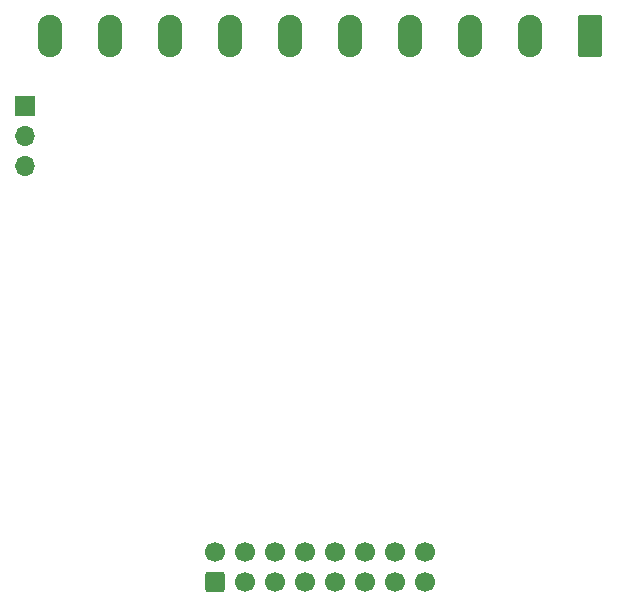
<source format=gbr>
%TF.GenerationSoftware,KiCad,Pcbnew,6.0.11+dfsg-1~bpo11+1*%
%TF.CreationDate,2023-07-05T16:24:21+02:00*%
%TF.ProjectId,dout8rib21,646f7574-3872-4696-9232-312e6b696361,1.1*%
%TF.SameCoordinates,Original*%
%TF.FileFunction,Soldermask,Bot*%
%TF.FilePolarity,Negative*%
%FSLAX46Y46*%
G04 Gerber Fmt 4.6, Leading zero omitted, Abs format (unit mm)*
G04 Created by KiCad (PCBNEW 6.0.11+dfsg-1~bpo11+1) date 2023-07-05 16:24:21*
%MOMM*%
%LPD*%
G01*
G04 APERTURE LIST*
G04 Aperture macros list*
%AMRoundRect*
0 Rectangle with rounded corners*
0 $1 Rounding radius*
0 $2 $3 $4 $5 $6 $7 $8 $9 X,Y pos of 4 corners*
0 Add a 4 corners polygon primitive as box body*
4,1,4,$2,$3,$4,$5,$6,$7,$8,$9,$2,$3,0*
0 Add four circle primitives for the rounded corners*
1,1,$1+$1,$2,$3*
1,1,$1+$1,$4,$5*
1,1,$1+$1,$6,$7*
1,1,$1+$1,$8,$9*
0 Add four rect primitives between the rounded corners*
20,1,$1+$1,$2,$3,$4,$5,0*
20,1,$1+$1,$4,$5,$6,$7,0*
20,1,$1+$1,$6,$7,$8,$9,0*
20,1,$1+$1,$8,$9,$2,$3,0*%
G04 Aperture macros list end*
%ADD10R,1.700000X1.700000*%
%ADD11O,1.700000X1.700000*%
%ADD12RoundRect,0.250000X0.600000X-0.600000X0.600000X0.600000X-0.600000X0.600000X-0.600000X-0.600000X0*%
%ADD13C,1.700000*%
%ADD14RoundRect,0.249999X0.790001X1.550001X-0.790001X1.550001X-0.790001X-1.550001X0.790001X-1.550001X0*%
%ADD15O,2.080000X3.600000*%
G04 APERTURE END LIST*
D10*
%TO.C,J3*%
X128000000Y-76775000D03*
D11*
X128000000Y-79315000D03*
X128000000Y-81855000D03*
%TD*%
D12*
%TO.C,J1*%
X144110000Y-117000000D03*
D13*
X144110000Y-114460000D03*
X146650000Y-117000000D03*
X146650000Y-114460000D03*
X149190000Y-117000000D03*
X149190000Y-114460000D03*
X151730000Y-117000000D03*
X151730000Y-114460000D03*
X154270000Y-117000000D03*
X154270000Y-114460000D03*
X156810000Y-117000000D03*
X156810000Y-114460000D03*
X159350000Y-117000000D03*
X159350000Y-114460000D03*
X161890000Y-117000000D03*
X161890000Y-114460000D03*
%TD*%
D14*
%TO.C,J2*%
X175860000Y-70777500D03*
D15*
X170780000Y-70777500D03*
X165700000Y-70777500D03*
X160620000Y-70777500D03*
X155540000Y-70777500D03*
X150460000Y-70777500D03*
X145380000Y-70777500D03*
X140300000Y-70777500D03*
X135220000Y-70777500D03*
X130140000Y-70777500D03*
%TD*%
M02*

</source>
